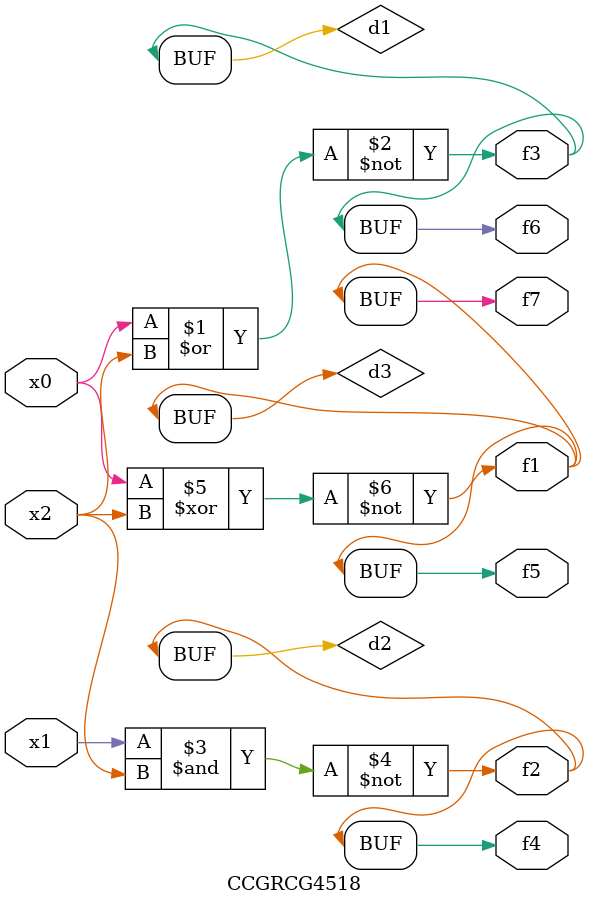
<source format=v>
module CCGRCG4518(
	input x0, x1, x2,
	output f1, f2, f3, f4, f5, f6, f7
);

	wire d1, d2, d3;

	nor (d1, x0, x2);
	nand (d2, x1, x2);
	xnor (d3, x0, x2);
	assign f1 = d3;
	assign f2 = d2;
	assign f3 = d1;
	assign f4 = d2;
	assign f5 = d3;
	assign f6 = d1;
	assign f7 = d3;
endmodule

</source>
